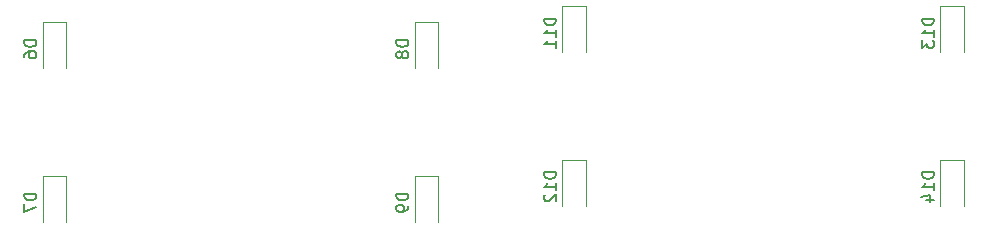
<source format=gbo>
%TF.GenerationSoftware,KiCad,Pcbnew,5.1.10-1.fc34*%
%TF.CreationDate,2021-06-27T19:23:10+03:00*%
%TF.ProjectId,poc,706f632e-6b69-4636-9164-5f7063625858,rev?*%
%TF.SameCoordinates,Original*%
%TF.FileFunction,Legend,Bot*%
%TF.FilePolarity,Positive*%
%FSLAX46Y46*%
G04 Gerber Fmt 4.6, Leading zero omitted, Abs format (unit mm)*
G04 Created by KiCad (PCBNEW 5.1.10-1.fc34) date 2021-06-27 19:23:10*
%MOMM*%
%LPD*%
G01*
G04 APERTURE LIST*
%ADD10C,0.120000*%
%ADD11C,0.150000*%
%ADD12O,1.700000X1.700000*%
%ADD13R,1.700000X1.700000*%
%ADD14C,2.000000*%
%ADD15C,1.700000*%
%ADD16C,4.000000*%
%ADD17C,2.200000*%
%ADD18C,2.500000*%
%ADD19C,1.520000*%
%ADD20R,1.520000X1.520000*%
%ADD21R,1.200000X0.900000*%
%ADD22R,1.100000X1.100000*%
%ADD23C,1.100000*%
%ADD24O,1.100000X2.400000*%
%ADD25C,1.500000*%
G04 APERTURE END LIST*
D10*
X85000000Y-116100000D02*
X87000000Y-116100000D01*
X87000000Y-116100000D02*
X87000000Y-120000000D01*
X85000000Y-116100000D02*
X85000000Y-120000000D01*
X85000000Y-129100000D02*
X85000000Y-133000000D01*
X87000000Y-129100000D02*
X87000000Y-133000000D01*
X85000000Y-129100000D02*
X87000000Y-129100000D01*
X116500000Y-116100000D02*
X118500000Y-116100000D01*
X118500000Y-116100000D02*
X118500000Y-120000000D01*
X116500000Y-116100000D02*
X116500000Y-120000000D01*
X116500000Y-129100000D02*
X118500000Y-129100000D01*
X118500000Y-129100000D02*
X118500000Y-133000000D01*
X116500000Y-129100000D02*
X116500000Y-133000000D01*
X129000000Y-114750000D02*
X129000000Y-118650000D01*
X131000000Y-114750000D02*
X131000000Y-118650000D01*
X129000000Y-114750000D02*
X131000000Y-114750000D01*
X129000000Y-127750000D02*
X129000000Y-131650000D01*
X131000000Y-127750000D02*
X131000000Y-131650000D01*
X129000000Y-127750000D02*
X131000000Y-127750000D01*
X161000000Y-114750000D02*
X161000000Y-118650000D01*
X163000000Y-114750000D02*
X163000000Y-118650000D01*
X161000000Y-114750000D02*
X163000000Y-114750000D01*
X161000000Y-127750000D02*
X163000000Y-127750000D01*
X163000000Y-127750000D02*
X163000000Y-131650000D01*
X161000000Y-127750000D02*
X161000000Y-131650000D01*
D11*
X84452380Y-117611904D02*
X83452380Y-117611904D01*
X83452380Y-117850000D01*
X83500000Y-117992857D01*
X83595238Y-118088095D01*
X83690476Y-118135714D01*
X83880952Y-118183333D01*
X84023809Y-118183333D01*
X84214285Y-118135714D01*
X84309523Y-118088095D01*
X84404761Y-117992857D01*
X84452380Y-117850000D01*
X84452380Y-117611904D01*
X83452380Y-119040476D02*
X83452380Y-118850000D01*
X83500000Y-118754761D01*
X83547619Y-118707142D01*
X83690476Y-118611904D01*
X83880952Y-118564285D01*
X84261904Y-118564285D01*
X84357142Y-118611904D01*
X84404761Y-118659523D01*
X84452380Y-118754761D01*
X84452380Y-118945238D01*
X84404761Y-119040476D01*
X84357142Y-119088095D01*
X84261904Y-119135714D01*
X84023809Y-119135714D01*
X83928571Y-119088095D01*
X83880952Y-119040476D01*
X83833333Y-118945238D01*
X83833333Y-118754761D01*
X83880952Y-118659523D01*
X83928571Y-118611904D01*
X84023809Y-118564285D01*
X84452380Y-130611904D02*
X83452380Y-130611904D01*
X83452380Y-130850000D01*
X83500000Y-130992857D01*
X83595238Y-131088095D01*
X83690476Y-131135714D01*
X83880952Y-131183333D01*
X84023809Y-131183333D01*
X84214285Y-131135714D01*
X84309523Y-131088095D01*
X84404761Y-130992857D01*
X84452380Y-130850000D01*
X84452380Y-130611904D01*
X83452380Y-131516666D02*
X83452380Y-132183333D01*
X84452380Y-131754761D01*
X115952380Y-117611904D02*
X114952380Y-117611904D01*
X114952380Y-117850000D01*
X115000000Y-117992857D01*
X115095238Y-118088095D01*
X115190476Y-118135714D01*
X115380952Y-118183333D01*
X115523809Y-118183333D01*
X115714285Y-118135714D01*
X115809523Y-118088095D01*
X115904761Y-117992857D01*
X115952380Y-117850000D01*
X115952380Y-117611904D01*
X115380952Y-118754761D02*
X115333333Y-118659523D01*
X115285714Y-118611904D01*
X115190476Y-118564285D01*
X115142857Y-118564285D01*
X115047619Y-118611904D01*
X115000000Y-118659523D01*
X114952380Y-118754761D01*
X114952380Y-118945238D01*
X115000000Y-119040476D01*
X115047619Y-119088095D01*
X115142857Y-119135714D01*
X115190476Y-119135714D01*
X115285714Y-119088095D01*
X115333333Y-119040476D01*
X115380952Y-118945238D01*
X115380952Y-118754761D01*
X115428571Y-118659523D01*
X115476190Y-118611904D01*
X115571428Y-118564285D01*
X115761904Y-118564285D01*
X115857142Y-118611904D01*
X115904761Y-118659523D01*
X115952380Y-118754761D01*
X115952380Y-118945238D01*
X115904761Y-119040476D01*
X115857142Y-119088095D01*
X115761904Y-119135714D01*
X115571428Y-119135714D01*
X115476190Y-119088095D01*
X115428571Y-119040476D01*
X115380952Y-118945238D01*
X115952380Y-130611904D02*
X114952380Y-130611904D01*
X114952380Y-130850000D01*
X115000000Y-130992857D01*
X115095238Y-131088095D01*
X115190476Y-131135714D01*
X115380952Y-131183333D01*
X115523809Y-131183333D01*
X115714285Y-131135714D01*
X115809523Y-131088095D01*
X115904761Y-130992857D01*
X115952380Y-130850000D01*
X115952380Y-130611904D01*
X115952380Y-131659523D02*
X115952380Y-131850000D01*
X115904761Y-131945238D01*
X115857142Y-131992857D01*
X115714285Y-132088095D01*
X115523809Y-132135714D01*
X115142857Y-132135714D01*
X115047619Y-132088095D01*
X115000000Y-132040476D01*
X114952380Y-131945238D01*
X114952380Y-131754761D01*
X115000000Y-131659523D01*
X115047619Y-131611904D01*
X115142857Y-131564285D01*
X115380952Y-131564285D01*
X115476190Y-131611904D01*
X115523809Y-131659523D01*
X115571428Y-131754761D01*
X115571428Y-131945238D01*
X115523809Y-132040476D01*
X115476190Y-132088095D01*
X115380952Y-132135714D01*
X128452380Y-115785714D02*
X127452380Y-115785714D01*
X127452380Y-116023809D01*
X127500000Y-116166666D01*
X127595238Y-116261904D01*
X127690476Y-116309523D01*
X127880952Y-116357142D01*
X128023809Y-116357142D01*
X128214285Y-116309523D01*
X128309523Y-116261904D01*
X128404761Y-116166666D01*
X128452380Y-116023809D01*
X128452380Y-115785714D01*
X128452380Y-117309523D02*
X128452380Y-116738095D01*
X128452380Y-117023809D02*
X127452380Y-117023809D01*
X127595238Y-116928571D01*
X127690476Y-116833333D01*
X127738095Y-116738095D01*
X128452380Y-118261904D02*
X128452380Y-117690476D01*
X128452380Y-117976190D02*
X127452380Y-117976190D01*
X127595238Y-117880952D01*
X127690476Y-117785714D01*
X127738095Y-117690476D01*
X128452380Y-128785714D02*
X127452380Y-128785714D01*
X127452380Y-129023809D01*
X127500000Y-129166666D01*
X127595238Y-129261904D01*
X127690476Y-129309523D01*
X127880952Y-129357142D01*
X128023809Y-129357142D01*
X128214285Y-129309523D01*
X128309523Y-129261904D01*
X128404761Y-129166666D01*
X128452380Y-129023809D01*
X128452380Y-128785714D01*
X128452380Y-130309523D02*
X128452380Y-129738095D01*
X128452380Y-130023809D02*
X127452380Y-130023809D01*
X127595238Y-129928571D01*
X127690476Y-129833333D01*
X127738095Y-129738095D01*
X127547619Y-130690476D02*
X127500000Y-130738095D01*
X127452380Y-130833333D01*
X127452380Y-131071428D01*
X127500000Y-131166666D01*
X127547619Y-131214285D01*
X127642857Y-131261904D01*
X127738095Y-131261904D01*
X127880952Y-131214285D01*
X128452380Y-130642857D01*
X128452380Y-131261904D01*
X160452380Y-115785714D02*
X159452380Y-115785714D01*
X159452380Y-116023809D01*
X159500000Y-116166666D01*
X159595238Y-116261904D01*
X159690476Y-116309523D01*
X159880952Y-116357142D01*
X160023809Y-116357142D01*
X160214285Y-116309523D01*
X160309523Y-116261904D01*
X160404761Y-116166666D01*
X160452380Y-116023809D01*
X160452380Y-115785714D01*
X160452380Y-117309523D02*
X160452380Y-116738095D01*
X160452380Y-117023809D02*
X159452380Y-117023809D01*
X159595238Y-116928571D01*
X159690476Y-116833333D01*
X159738095Y-116738095D01*
X159452380Y-117642857D02*
X159452380Y-118261904D01*
X159833333Y-117928571D01*
X159833333Y-118071428D01*
X159880952Y-118166666D01*
X159928571Y-118214285D01*
X160023809Y-118261904D01*
X160261904Y-118261904D01*
X160357142Y-118214285D01*
X160404761Y-118166666D01*
X160452380Y-118071428D01*
X160452380Y-117785714D01*
X160404761Y-117690476D01*
X160357142Y-117642857D01*
X160452380Y-128785714D02*
X159452380Y-128785714D01*
X159452380Y-129023809D01*
X159500000Y-129166666D01*
X159595238Y-129261904D01*
X159690476Y-129309523D01*
X159880952Y-129357142D01*
X160023809Y-129357142D01*
X160214285Y-129309523D01*
X160309523Y-129261904D01*
X160404761Y-129166666D01*
X160452380Y-129023809D01*
X160452380Y-128785714D01*
X160452380Y-130309523D02*
X160452380Y-129738095D01*
X160452380Y-130023809D02*
X159452380Y-130023809D01*
X159595238Y-129928571D01*
X159690476Y-129833333D01*
X159738095Y-129738095D01*
X159785714Y-131166666D02*
X160452380Y-131166666D01*
X159404761Y-130928571D02*
X160119047Y-130690476D01*
X160119047Y-131309523D01*
%LPC*%
D12*
X102380000Y-61940000D03*
X102380000Y-59400000D03*
X99840000Y-61940000D03*
X99840000Y-59400000D03*
X97300000Y-61940000D03*
X97300000Y-59400000D03*
X94760000Y-61940000D03*
X94760000Y-59400000D03*
X92220000Y-61940000D03*
X92220000Y-59400000D03*
X89680000Y-61940000D03*
X89680000Y-59400000D03*
X87140000Y-61940000D03*
X87140000Y-59400000D03*
X84600000Y-61940000D03*
D13*
X84600000Y-59400000D03*
D12*
X90960000Y-151040000D03*
X93500000Y-151040000D03*
X90960000Y-148500000D03*
D13*
X93500000Y-148500000D03*
D14*
X106000000Y-112500000D03*
X110500000Y-112500000D03*
X106000000Y-119000000D03*
X110500000Y-119000000D03*
D15*
X150540000Y-143080000D03*
X140380000Y-143080000D03*
D16*
X145460000Y-143080000D03*
D17*
X141650000Y-140540000D03*
X148000000Y-138000000D03*
D12*
X150000000Y-95960000D03*
X150000000Y-98500000D03*
X147460000Y-95960000D03*
X147460000Y-98500000D03*
X144920000Y-95960000D03*
X144920000Y-98500000D03*
X142380000Y-95960000D03*
X142380000Y-98500000D03*
X139840000Y-95960000D03*
X139840000Y-98500000D03*
X137300000Y-95960000D03*
X137300000Y-98500000D03*
X134760000Y-95960000D03*
X134760000Y-98500000D03*
X132220000Y-95960000D03*
D13*
X132220000Y-98500000D03*
D12*
X162460000Y-96000000D03*
D13*
X165000000Y-96000000D03*
D18*
X154850000Y-61960000D03*
D19*
X158300000Y-64260000D03*
X159320000Y-66800000D03*
X160340000Y-64260000D03*
X161360000Y-66800000D03*
X162380000Y-64260000D03*
D18*
X166850000Y-61960000D03*
D20*
X163400000Y-66800000D03*
D21*
X86000000Y-116700000D03*
X86000000Y-120000000D03*
X86000000Y-133000000D03*
X86000000Y-129700000D03*
X117500000Y-116700000D03*
X117500000Y-120000000D03*
X117500000Y-129700000D03*
X117500000Y-133000000D03*
X130000000Y-118650000D03*
X130000000Y-115350000D03*
X130000000Y-131650000D03*
X130000000Y-128350000D03*
X162000000Y-118650000D03*
X162000000Y-115350000D03*
X162000000Y-128350000D03*
X162000000Y-131650000D03*
D22*
X73900000Y-65100000D03*
D23*
X74700000Y-63500000D03*
X75500000Y-65100000D03*
X76300000Y-63500000D03*
X77100000Y-65100000D03*
D24*
X71950000Y-59100000D03*
X79050000Y-59100000D03*
D20*
X73000000Y-141600000D03*
D18*
X77840000Y-145050000D03*
D19*
X75540000Y-140580000D03*
X73000000Y-139560000D03*
X75540000Y-138540000D03*
X73000000Y-137520000D03*
X75540000Y-136500000D03*
D18*
X77840000Y-133050000D03*
D13*
X76000000Y-89000000D03*
D12*
X73460000Y-89000000D03*
X76000000Y-86460000D03*
X73460000Y-86460000D03*
X76000000Y-83920000D03*
X73460000Y-83920000D03*
D14*
X72500000Y-121100000D03*
X77000000Y-121100000D03*
X72500000Y-127600000D03*
X77000000Y-127600000D03*
X97500000Y-119000000D03*
X93000000Y-119000000D03*
X97500000Y-112500000D03*
X93000000Y-112500000D03*
X93000000Y-125500000D03*
X97500000Y-125500000D03*
X93000000Y-132000000D03*
X97500000Y-132000000D03*
X106000000Y-125500000D03*
X110500000Y-125500000D03*
X106000000Y-132000000D03*
X110500000Y-132000000D03*
X137000000Y-111500000D03*
X141500000Y-111500000D03*
X137000000Y-118000000D03*
X141500000Y-118000000D03*
X137000000Y-124500000D03*
X141500000Y-124500000D03*
X137000000Y-131000000D03*
X141500000Y-131000000D03*
X154500000Y-118000000D03*
X150000000Y-118000000D03*
X154500000Y-111500000D03*
X150000000Y-111500000D03*
X154500000Y-131000000D03*
X150000000Y-131000000D03*
X154500000Y-124500000D03*
X150000000Y-124500000D03*
D17*
X112540000Y-139420000D03*
X106190000Y-141960000D03*
D16*
X110000000Y-144500000D03*
D15*
X104920000Y-144500000D03*
X115080000Y-144500000D03*
D25*
X88190000Y-91840000D03*
X88190000Y-86960000D03*
D13*
X75600000Y-150400000D03*
D12*
X78140000Y-150400000D03*
M02*

</source>
